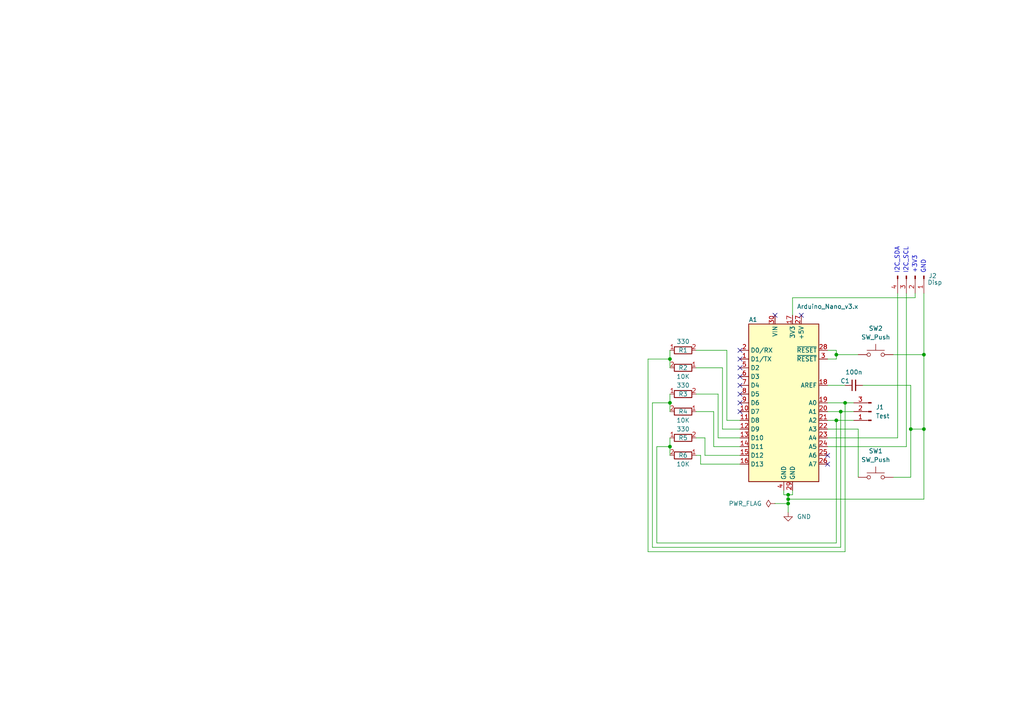
<source format=kicad_sch>
(kicad_sch (version 20230121) (generator eeschema)
  (paper "A4")
  (title_block (title "LCRDT-Tester") (date "2023-10-08") (rev "0.3") (company "(C) WodoWiesel") (comment 1 "Arduino-Nano"))
  (lib_symbols
    (symbol "Connector:Conn_01x03_Male" (pin_names (offset 1.016) hide)
      (property "Reference" "J" (at 0 5.08 0))
      (property "Value" "Conn_01x03_Male" (at 0 -5.08 0))
      (symbol "Conn_01x03_Male_1_1"
        (polyline (pts (xy 1.27 -2.54) (xy 0.8636 -2.54)) (stroke (width 0.1524)))
        (polyline (pts (xy 1.27 0) (xy 0.8636 0)) (stroke (width 0.1524)))
        (polyline (pts (xy 1.27 2.54) (xy 0.8636 2.54)) (stroke (width 0.1524)))
        (rectangle (start 0.8636 -2.413) (end 0 -2.667) (stroke (width 0.1524)) (fill (type outline)))
        (rectangle (start 0.8636 0.127) (end 0 -0.127) (stroke (width 0.1524)) (fill (type outline)))
        (rectangle (start 0.8636 2.667) (end 0 2.413) (stroke (width 0.1524)) (fill (type outline)))
        (pin passive line (at 5.08 2.54 180) (length 3.81) (name "Pin_1") (number "1"))
        (pin passive line (at 5.08 0 180) (length 3.81) (name "Pin_2") (number "2"))
        (pin passive line (at 5.08 -2.54 180) (length 3.81) (name "Pin_3") (number "3"))
      )
    )
    (symbol "Connector:Conn_01x04_Male" (pin_names (offset 1.016) hide)
      (property "Reference" "J" (at 0 5.08 0))
      (property "Value" "Conn_01x04_Male" (at 0 -7.62 0))
      (symbol "Conn_01x04_Male_1_1"
        (polyline (pts (xy 1.27 -5.08) (xy 0.8636 -5.08)) (stroke (width 0.1524)))
        (polyline (pts (xy 1.27 -2.54) (xy 0.8636 -2.54)) (stroke (width 0.1524)))
        (polyline (pts (xy 1.27 0) (xy 0.8636 0)) (stroke (width 0.1524)))
        (polyline (pts (xy 1.27 2.54) (xy 0.8636 2.54)) (stroke (width 0.1524)))
        (rectangle (start 0.8636 -4.953) (end 0 -5.207) (stroke (width 0.1524)) (fill (type outline)))
        (rectangle (start 0.8636 -2.413) (end 0 -2.667) (stroke (width 0.1524)) (fill (type outline)))
        (rectangle (start 0.8636 0.127) (end 0 -0.127) (stroke (width 0.1524)) (fill (type outline)))
        (rectangle (start 0.8636 2.667) (end 0 2.413) (stroke (width 0.1524)) (fill (type outline)))
        (pin passive line (at 5.08 2.54 180) (length 3.81) (name "Pin_1") (number "1"))
        (pin passive line (at 5.08 0 180) (length 3.81) (name "Pin_2") (number "2"))
        (pin passive line (at 5.08 -2.54 180) (length 3.81) (name "Pin_3") (number "3"))
        (pin passive line (at 5.08 -5.08 180) (length 3.81) (name "Pin_4") (number "4"))
      )
    )
    (symbol "Device:C_Small" (pin_numbers hide) (pin_names (offset 0.254) hide)
      (property "Reference" "C" (at 0.254 1.778 0))
      (property "Value" "C_Small" (at 0.254 -2.032 0))
      (symbol "C_Small_0_1"
        (polyline (pts (xy -1.524 -0.508) (xy 1.524 -0.508)) (stroke (width 0.3302)))
        (polyline (pts (xy -1.524 0.508) (xy 1.524 0.508)) (stroke (width 0.3048)))
      )
      (symbol "C_Small_1_1"
        (pin passive line (at 0 2.54 270) (length 2.032) (name "~") (number "1"))
        (pin passive line (at 0 -2.54 90) (length 2.032) (name "~") (number "2"))
      )
    )
    (symbol "Device:R" (pin_names (offset 0))
      (property "Reference" "R" (at 2.032 0 90))
      (property "Value" "R" (at 0 0 90))
      (symbol "R_0_1"
        (rectangle (start -1.016 -2.54) (end 1.016 2.54) (stroke (width 0.254)))
      )
      (symbol "R_1_1"
        (pin passive line (at 0 3.81 270) (length 1.27) (name "~") (number "1"))
        (pin passive line (at 0 -3.81 90) (length 1.27) (name "~") (number "2"))
      )
    )
    (symbol "MCU_Module:Arduino_Nano_v3.x"
      (property "Reference" "A" (at -10.16 23.495 0))
      (property "Value" "Arduino_Nano_v3.x" (at 5.08 -24.13 0))
      (symbol "Arduino_Nano_v3.x_0_1"
        (rectangle (start -10.16 22.86) (end 10.16 -22.86) (stroke (width 0.254)) (fill (type background)))
      )
      (symbol "Arduino_Nano_v3.x_1_1"
        (pin bidirectional line (at -12.7 12.7 0) (length 2.54) (name "D1/TX") (number "1"))
        (pin bidirectional line (at -12.7 -2.54 0) (length 2.54) (name "D7") (number "10"))
        (pin bidirectional line (at -12.7 -5.08 0) (length 2.54) (name "D8") (number "11"))
        (pin bidirectional line (at -12.7 -7.62 0) (length 2.54) (name "D9") (number "12"))
        (pin bidirectional line (at -12.7 -10.16 0) (length 2.54) (name "D10") (number "13"))
        (pin bidirectional line (at -12.7 -12.7 0) (length 2.54) (name "D11") (number "14"))
        (pin bidirectional line (at -12.7 -15.24 0) (length 2.54) (name "D12") (number "15"))
        (pin bidirectional line (at -12.7 -17.78 0) (length 2.54) (name "D13") (number "16"))
        (pin power_out line (at 2.54 25.4 270) (length 2.54) (name "3V3") (number "17"))
        (pin input line (at 12.7 5.08 180) (length 2.54) (name "AREF") (number "18"))
        (pin bidirectional line (at 12.7 0 180) (length 2.54) (name "A0") (number "19"))
        (pin bidirectional line (at -12.7 15.24 0) (length 2.54) (name "D0/RX") (number "2"))
        (pin bidirectional line (at 12.7 -2.54 180) (length 2.54) (name "A1") (number "20"))
        (pin bidirectional line (at 12.7 -5.08 180) (length 2.54) (name "A2") (number "21"))
        (pin bidirectional line (at 12.7 -7.62 180) (length 2.54) (name "A3") (number "22"))
        (pin bidirectional line (at 12.7 -10.16 180) (length 2.54) (name "A4") (number "23"))
        (pin bidirectional line (at 12.7 -12.7 180) (length 2.54) (name "A5") (number "24"))
        (pin bidirectional line (at 12.7 -15.24 180) (length 2.54) (name "A6") (number "25"))
        (pin bidirectional line (at 12.7 -17.78 180) (length 2.54) (name "A7") (number "26"))
        (pin power_out line (at 5.08 25.4 270) (length 2.54) (name "+5V") (number "27"))
        (pin input line (at 12.7 15.24 180) (length 2.54) (name "~{RESET}") (number "28"))
        (pin power_in line (at 2.54 -25.4 90) (length 2.54) (name "GND") (number "29"))
        (pin input line (at 12.7 12.7 180) (length 2.54) (name "~{RESET}") (number "3"))
        (pin power_in line (at -2.54 25.4 270) (length 2.54) (name "VIN") (number "30"))
        (pin power_in line (at 0 -25.4 90) (length 2.54) (name "GND") (number "4"))
        (pin bidirectional line (at -12.7 10.16 0) (length 2.54) (name "D2") (number "5"))
        (pin bidirectional line (at -12.7 7.62 0) (length 2.54) (name "D3") (number "6"))
        (pin bidirectional line (at -12.7 5.08 0) (length 2.54) (name "D4") (number "7"))
        (pin bidirectional line (at -12.7 2.54 0) (length 2.54) (name "D5") (number "8"))
        (pin bidirectional line (at -12.7 0 0) (length 2.54) (name "D6") (number "9"))
      )
    )
    (symbol "R_1" (pin_names (offset 0))
      (property "Reference" "R" (at 2.032 0 90))
      (property "Value" "R_1" (at 0 0 90))
      (symbol "R_1_0_1"
        (rectangle (start -1.016 -2.54) (end 1.016 2.54) (stroke (width 0.254)))
      )
      (symbol "R_1_1_1"
        (pin passive line (at 0 3.81 270) (length 1.27) (name "~") (number "1"))
        (pin passive line (at 0 -3.81 90) (length 1.27) (name "~") (number "2"))
      )
    )
    (symbol "Switch:SW_Push" (pin_numbers hide) (pin_names (offset 1.016) hide)
      (property "Reference" "SW" (at 1.27 2.54 0))
      (property "Value" "SW_Push" (at 0 -1.524 0))
      (symbol "SW_Push_0_1"
        (circle (center -2.032 0) (radius 0.508))
        (polyline (pts (xy 0 1.27) (xy 0 3.048)))
        (polyline (pts (xy 2.54 1.27) (xy -2.54 1.27)))
        (circle (center 2.032 0) (radius 0.508))
        (pin passive line (at -5.08 0 0) (length 2.54) (name "1") (number "1"))
        (pin passive line (at 5.08 0 180) (length 2.54) (name "2") (number "2"))
      )
    )
    (symbol "power:GND" (power) (pin_names (offset 0))
      (property "Value" "GND" (at 0 -3.81 0))
      (symbol "GND_0_1"
        (polyline (pts (xy 0 0) (xy 0 -1.27) (xy 1.27 -1.27) (xy 0 -2.54) (xy -1.27 -1.27) (xy 0 -1.27)))
      )
      (symbol "GND_1_1"
        (pin power_in line (at 0 0 270) (length 0) hide (name "GND") (number "1"))
      )
    )
    (symbol "power:PWR_FLAG" (power) (pin_numbers hide) (pin_names (offset 0) hide)
      (property "Value" "PWR_FLAG" (at 0 3.81 0))
      (symbol "PWR_FLAG_0_0"
        (pin power_out line (at 0 0 90) (length 0) (name "pwr") (number "1"))
      )
      (symbol "PWR_FLAG_0_1"
        (polyline (pts (xy 0 0) (xy 0 1.27) (xy -1.016 1.905) (xy 0 2.54) (xy 1.016 1.905) (xy 0 1.27)))
      )
    )
  )
  (junction (at 245.11 116.84))
  (junction (at 243.84 119.38))
  (junction (at 242.57 121.92))
  (junction (at 267.97 124.46))
  (junction (at 228.6 143.51))
  (junction (at 194.31 104.14))
  (junction (at 228.6 144.78))
  (junction (at 267.97 102.87))
  (junction (at 264.16 124.46))
  (junction (at 194.31 116.84))
  (junction (at 228.6 146.05))
  (junction (at 242.57 102.87))
  (junction (at 194.31 129.54))
  (no_connect (at 240.03 134.62))
  (no_connect (at 240.03 132.08))
  (no_connect (at 214.63 104.14))
  (no_connect (at 214.63 101.6))
  (no_connect (at 232.41 91.44))
  (no_connect (at 214.63 109.22))
  (no_connect (at 214.63 111.76))
  (no_connect (at 214.63 106.68))
  (no_connect (at 214.63 119.38))
  (no_connect (at 214.63 116.84))
  (no_connect (at 214.63 114.3))
  (no_connect (at 224.79 91.44))
  (wire (pts (xy 227.33 143.51) (xy 227.33 142.24)))
  (wire (pts (xy 201.93 132.08) (xy 203.2 132.08)))
  (wire (pts (xy 201.93 127) (xy 204.47 127)))
  (wire (pts (xy 242.57 102.87) (xy 248.92 102.87)))
  (wire (pts (xy 240.03 104.14) (xy 242.57 104.14)))
  (wire (pts (xy 204.47 132.08) (xy 214.63 132.08)))
  (wire (pts (xy 214.63 121.92) (xy 210.82 121.92)))
  (wire (pts (xy 187.96 160.02) (xy 245.11 160.02)))
  (wire (pts (xy 240.03 124.46) (xy 248.92 124.46)))
  (wire (pts (xy 224.79 146.05) (xy 228.6 146.05)))
  (wire (pts (xy 267.97 124.46) (xy 267.97 144.78)))
  (wire (pts (xy 260.35 85.09) (xy 260.35 127)))
  (wire (pts (xy 210.82 101.6) (xy 210.82 121.92)))
  (wire (pts (xy 187.96 104.14) (xy 194.31 104.14)))
  (wire (pts (xy 189.23 116.84) (xy 189.23 158.75)))
  (wire (pts (xy 190.5 129.54) (xy 190.5 157.48)))
  (wire (pts (xy 228.6 144.78) (xy 267.97 144.78)))
  (wire (pts (xy 242.57 121.92) (xy 247.65 121.92)))
  (wire (pts (xy 229.87 86.36) (xy 265.43 86.36)))
  (wire (pts (xy 189.23 116.84) (xy 194.31 116.84)))
  (wire (pts (xy 194.31 129.54) (xy 190.5 129.54)))
  (wire (pts (xy 189.23 158.75) (xy 243.84 158.75)))
  (wire (pts (xy 242.57 101.6) (xy 242.57 102.87)))
  (wire (pts (xy 201.93 114.3) (xy 208.28 114.3)))
  (wire (pts (xy 227.33 143.51) (xy 228.6 143.51)))
  (wire (pts (xy 248.92 138.43) (xy 248.92 124.46)))
  (wire (pts (xy 194.31 129.54) (xy 194.31 132.08)))
  (wire (pts (xy 264.16 111.76) (xy 264.16 124.46)))
  (wire (pts (xy 201.93 106.68) (xy 209.55 106.68)))
  (wire (pts (xy 240.03 111.76) (xy 245.11 111.76)))
  (wire (pts (xy 240.03 127) (xy 260.35 127)))
  (wire (pts (xy 240.03 119.38) (xy 243.84 119.38)))
  (wire (pts (xy 208.28 127) (xy 214.63 127)))
  (wire (pts (xy 267.97 85.09) (xy 267.97 102.87)))
  (wire (pts (xy 259.08 138.43) (xy 264.16 138.43)))
  (wire (pts (xy 194.31 116.84) (xy 194.31 119.38)))
  (wire (pts (xy 209.55 124.46) (xy 214.63 124.46)))
  (wire (pts (xy 265.43 86.36) (xy 265.43 85.09)))
  (wire (pts (xy 250.19 111.76) (xy 264.16 111.76)))
  (wire (pts (xy 240.03 129.54) (xy 262.89 129.54)))
  (wire (pts (xy 240.03 121.92) (xy 242.57 121.92)))
  (wire (pts (xy 208.28 114.3) (xy 208.28 127)))
  (wire (pts (xy 242.57 102.87) (xy 242.57 104.14)))
  (wire (pts (xy 204.47 127) (xy 204.47 132.08)))
  (wire (pts (xy 229.87 143.51) (xy 229.87 142.24)))
  (wire (pts (xy 243.84 119.38) (xy 243.84 158.75)))
  (wire (pts (xy 229.87 86.36) (xy 229.87 91.44)))
  (wire (pts (xy 228.6 143.51) (xy 229.87 143.51)))
  (wire (pts (xy 259.08 102.87) (xy 267.97 102.87)))
  (wire (pts (xy 194.31 114.3) (xy 194.31 116.84)))
  (wire (pts (xy 228.6 143.51) (xy 228.6 144.78)))
  (wire (pts (xy 201.93 119.38) (xy 207.01 119.38)))
  (wire (pts (xy 242.57 121.92) (xy 242.57 157.48)))
  (wire (pts (xy 243.84 119.38) (xy 247.65 119.38)))
  (wire (pts (xy 203.2 132.08) (xy 203.2 134.62)))
  (wire (pts (xy 190.5 157.48) (xy 242.57 157.48)))
  (wire (pts (xy 207.01 129.54) (xy 207.01 119.38)))
  (wire (pts (xy 245.11 116.84) (xy 247.65 116.84)))
  (wire (pts (xy 214.63 129.54) (xy 207.01 129.54)))
  (wire (pts (xy 240.03 116.84) (xy 245.11 116.84)))
  (wire (pts (xy 240.03 101.6) (xy 242.57 101.6)))
  (wire (pts (xy 262.89 85.09) (xy 262.89 129.54)))
  (wire (pts (xy 201.93 101.6) (xy 210.82 101.6)))
  (wire (pts (xy 209.55 106.68) (xy 209.55 124.46)))
  (wire (pts (xy 245.11 160.02) (xy 245.11 116.84)))
  (wire (pts (xy 228.6 146.05) (xy 228.6 148.59)))
  (wire (pts (xy 264.16 124.46) (xy 264.16 138.43)))
  (wire (pts (xy 228.6 144.78) (xy 228.6 146.05)))
  (wire (pts (xy 187.96 104.14) (xy 187.96 160.02)))
  (wire (pts (xy 267.97 102.87) (xy 267.97 124.46)))
  (wire (pts (xy 194.31 127) (xy 194.31 129.54)))
  (wire (pts (xy 203.2 134.62) (xy 214.63 134.62)))
  (wire (pts (xy 194.31 104.14) (xy 194.31 106.68)))
  (wire (pts (xy 194.31 101.6) (xy 194.31 104.14)))
  (wire (pts (xy 264.16 124.46) (xy 267.97 124.46)))
  (text "+3V3\n" (at 266.065 79.375 90) (effects (font (size 1.27 1.27)) (justify left bottom)))
  (text "I2C_SDA" (at 260.985 79.375 90) (effects (font (size 1.27 1.27)) (justify left bottom)))
  (text "GND" (at 268.605 79.375 90) (effects (font (size 1.27 1.27)) (justify left bottom)))
  (text "I2C_SCL\n" (at 263.525 79.375 90) (effects (font (size 1.27 1.27)) (justify left bottom)))
  (symbol (lib_id "Device:C_Small") (at 247.65 111.76 90) (unit 1)
    (property "Reference" "C1" (at 245.11 110.49 90))
    (property "Value" "100n" (at 247.6563 107.95 90))
    (property "Footprint" "Capacitor_THT:C_Disc_D5.0mm_W2.5mm_P5.00mm" (effects hide))
  )
  (symbol (lib_id "Switch:SW_Push") (at 254 138.43 0) (unit 1)
    (property "Reference" "SW1" (at 254 130.81 0))
    (property "Value" "SW_Push" (at 254 133.35 0))
    (property "Footprint" "Button_Switch_THT:SW_PUSH_6mm_H4.3mm" (effects hide))
    (property "Sim.Enable" "0" (effects hide))
  )
  (symbol (lib_id "MCU_Module:Arduino_Nano_v3.x") (at 227.33 116.84 0) (unit 1)
    (property "Reference" "A1" (at 217.17 92.71 0) (effects (justify left)))
    (property "Value" "Arduino_Nano_v3.x" (at 231.14 88.9 0) (effects (justify left)))
    (property "Footprint" "Module:Arduino_Nano" (effects hide))
    (property "Datasheet" "http://www.mouser.com/pdfdocs/Gravitech_Arduino_Nano3_0.pdf" (effects hide))
  )
  (symbol (lib_id "Device:R") (at 198.12 119.38 270) (unit 1)
    (property "Reference" "R4" (at 198.12 119.38 90))
    (property "Value" "10K" (at 198.12 121.92 90))
    (property "Footprint" "Resistor_THT:R_Axial_DIN0204_L3.6mm_D1.6mm_P7.62mm_Horizontal" (effects hide))
  )
  (symbol (lib_name "R_1") (lib_id "Device:R") (at 198.12 101.6 90) (unit 1)
    (property "Reference" "R1" (at 198.12 101.6 90))
    (property "Value" "330" (at 198.12 99.06 90))
    (property "Footprint" "Resistor_THT:R_Axial_DIN0204_L3.6mm_D1.6mm_P7.62mm_Horizontal" (effects hide))
  )
  (symbol (lib_id "Connector:Conn_01x03_Male") (at 252.73 119.38 180) (unit 1)
    (property "Reference" "J1" (at 254 118.1099 0) (effects (justify right)))
    (property "Value" "Test" (at 254 120.6499 0) (effects (justify right)))
    (property "Footprint" "Connector_PinSocket_2.54mm:PinSocket_1x03_P2.54mm_Vertical" (effects hide))
    (property "Sim.Enable" "0" (effects hide))
  )
  (symbol (lib_id "Device:R") (at 198.12 106.68 270) (unit 1)
    (property "Reference" "R2" (at 198.12 106.68 90))
    (property "Value" "10K" (at 198.12 109.22 90))
    (property "Footprint" "Resistor_THT:R_Axial_DIN0204_L3.6mm_D1.6mm_P7.62mm_Horizontal" (effects hide))
  )
  (symbol (lib_id "Switch:SW_Push") (at 254 102.87 0) (unit 1)
    (property "Reference" "SW2" (at 254 95.25 0))
    (property "Value" "SW_Push" (at 254 97.79 0))
    (property "Footprint" "Button_Switch_THT:SW_PUSH_1P1T_6x3.5mm_H4.3_APEM_MJTP1243" (effects hide))
  )
  (symbol (lib_name "R_1") (lib_id "Device:R") (at 198.12 114.3 90) (unit 1)
    (property "Reference" "R3" (at 198.12 114.3 90))
    (property "Value" "330" (at 198.12 111.76 90))
    (property "Footprint" "Resistor_THT:R_Axial_DIN0204_L3.6mm_D1.6mm_P7.62mm_Horizontal" (effects hide))
  )
  (symbol (lib_id "power:GND") (at 228.6 148.59 0) (unit 1)
    (property "Reference" "#PWR0102" (effects hide))
    (property "Value" "GND" (at 231.14 149.8599 0) (effects (justify left)))
  )
  (symbol (lib_id "Device:R") (at 198.12 132.08 270) (unit 1)
    (property "Reference" "R6" (at 198.12 132.08 90))
    (property "Value" "10K" (at 198.12 134.62 90))
    (property "Footprint" "Resistor_THT:R_Axial_DIN0204_L3.6mm_D1.6mm_P7.62mm_Horizontal" (effects hide))
  )
  (symbol (lib_id "Connector:Conn_01x04_Male") (at 265.43 80.01 270) (unit 1)
    (property "Reference" "J2" (at 270.51 80.01 90))
    (property "Value" "Disp" (at 271.145 81.915 90))
    (property "Footprint" "Connector_PinSocket_2.54mm:PinSocket_1x04_P2.54mm_Vertical" (effects hide))
    (property "Sim.Enable" "0" (effects hide))
  )
  (symbol (lib_id "power:PWR_FLAG") (at 224.79 146.05 90) (unit 1)
    (property "Reference" "#FLG0101" (effects hide))
    (property "Value" "PWR_FLAG" (at 220.98 146.05 90) (effects (justify left)))
  )
  (symbol (lib_name "R_1") (lib_id "Device:R") (at 198.12 127 90) (unit 1)
    (property "Reference" "R5" (at 198.12 127 90))
    (property "Value" "330" (at 198.12 124.46 90))
    (property "Footprint" "Resistor_THT:R_Axial_DIN0204_L3.6mm_D1.6mm_P7.62mm_Horizontal" (effects hide))
  )
)
</source>
